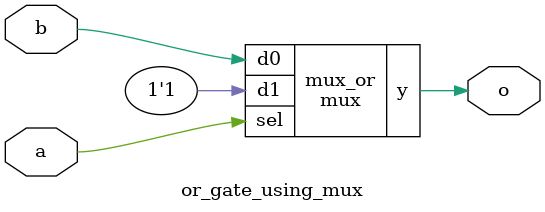
<source format=sv>

module mux
(
  input  d0, d1,
  input  sel,
  output y
);

  assign y = sel ? d1 : d0;

endmodule

//----------------------------------------------------------------------------
// Task
//----------------------------------------------------------------------------

module or_gate_using_mux
(
    input  a,
    input  b,
    output o
);

  // Task:

  // Implement or gate using instance(s) of mux,
  // constants 0 and 1, and wire connections

  wire gap;

  mux mux_or
  (
    .sel(a),
    .d1(1), .d0(b),
    .y(o)
  );

endmodule

</source>
